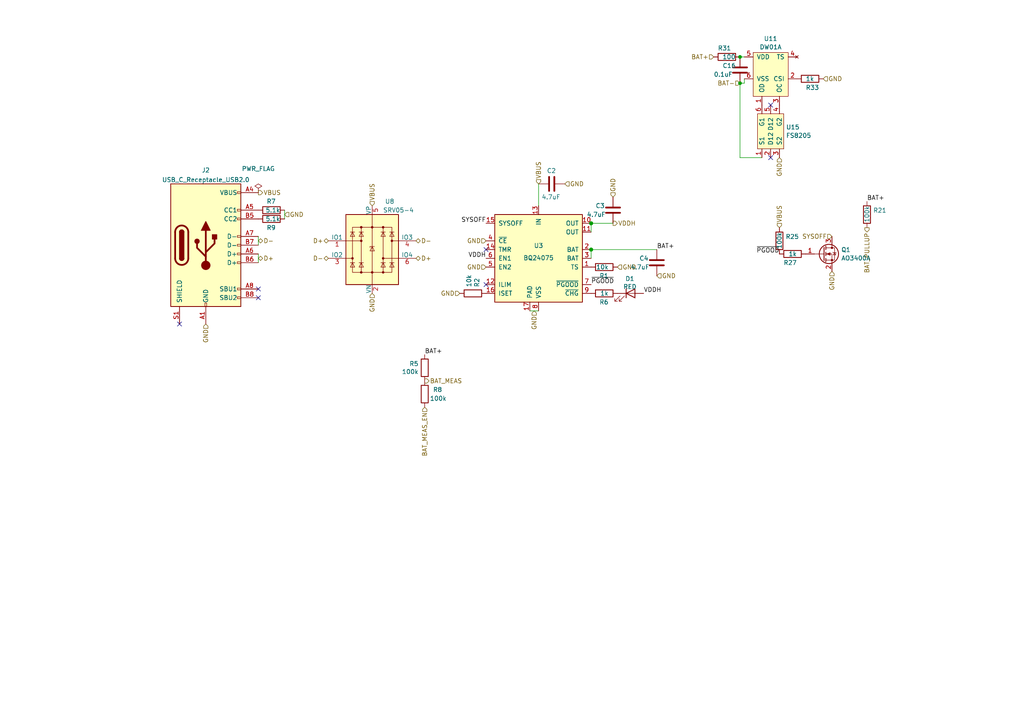
<source format=kicad_sch>
(kicad_sch (version 20230121) (generator eeschema)
  (paper "A4")
  (lib_symbols
    (symbol "Battery_Management:BQ24075" (pin_names (offset 1.016))
      (property "Reference" "U" (at -5.08 15.875 0))
      (property "Value" "BQ24075" (at -5.08 13.97 0))
      (symbol "BQ24075_0_1"
        (rectangle (start -12.7 12.7) (end 12.7 -12.7) (stroke (width 0.254)) (fill (type background)))
      )
      (symbol "BQ24075_1_1"
        (pin passive line (at 15.24 -2.54 180) (length 2.54) (name "TS") (number "1"))
        (pin power_out line (at 15.24 10.16 180) (length 2.54) (name "OUT") (number "10"))
        (pin power_out line (at 15.24 7.62 180) (length 2.54) (name "OUT") (number "11"))
        (pin passive line (at -15.24 -7.62 0) (length 2.54) (name "ILIM") (number "12"))
        (pin power_in line (at 0 15.24 270) (length 2.54) (name "IN") (number "13"))
        (pin input line (at -15.24 2.54 0) (length 2.54) (name "TMR") (number "14"))
        (pin input line (at -15.24 10.16 0) (length 2.54) (name "SYSOFF") (number "15"))
        (pin passive line (at -15.24 -10.16 0) (length 2.54) (name "ISET") (number "16"))
        (pin power_in line (at -2.54 -15.24 90) (length 2.54) (name "PAD") (number "17"))
        (pin power_out line (at 15.24 2.54 180) (length 2.54) (name "BAT") (number "2"))
        (pin power_out line (at 15.24 0 180) (length 2.54) (name "BAT") (number "3"))
        (pin input line (at -15.24 5.08 0) (length 2.54) (name "~{CE}") (number "4"))
        (pin input line (at -15.24 -2.54 0) (length 2.54) (name "EN2") (number "5"))
        (pin input line (at -15.24 0 0) (length 2.54) (name "EN1") (number "6"))
        (pin open_collector line (at 15.24 -7.62 180) (length 2.54) (name "~{PGOOD}") (number "7"))
        (pin power_in line (at 0 -15.24 90) (length 2.54) (name "VSS") (number "8"))
        (pin open_collector line (at 15.24 -10.16 180) (length 2.54) (name "~{CHG}") (number "9"))
      )
    )
    (symbol "Connector:USB_C_Receptacle_USB2.0" (pin_names (offset 1.016))
      (property "Reference" "J" (at -10.16 19.05 0))
      (property "Value" "USB_C_Receptacle_USB2.0" (at 19.05 19.05 0))
      (symbol "USB_C_Receptacle_USB2.0_0_0"
        (rectangle (start -0.254 -17.78) (end 0.254 -16.764))
        (rectangle (start 10.16 -14.986) (end 9.144 -15.494))
        (rectangle (start 10.16 -12.446) (end 9.144 -12.954))
        (rectangle (start 10.16 -4.826) (end 9.144 -5.334))
        (rectangle (start 10.16 -2.286) (end 9.144 -2.794))
        (rectangle (start 10.16 0.254) (end 9.144 -0.254))
        (rectangle (start 10.16 2.794) (end 9.144 2.286))
        (rectangle (start 10.16 7.874) (end 9.144 7.366))
        (rectangle (start 10.16 10.414) (end 9.144 9.906))
        (rectangle (start 10.16 15.494) (end 9.144 14.986))
      )
      (symbol "USB_C_Receptacle_USB2.0_0_1"
        (rectangle (start -10.16 17.78) (end 10.16 -17.78) (stroke (width 0.254)) (fill (type background)))
        (arc (start -8.89 -3.81) (mid -6.985 -5.7067) (end -5.08 -3.81) (stroke (width 0.508)))
        (arc (start -7.62 -3.81) (mid -6.985 -4.4423) (end -6.35 -3.81) (stroke (width 0.254)))
        (arc (start -7.62 -3.81) (mid -6.985 -4.4423) (end -6.35 -3.81) (stroke (width 0.254)) (fill (type outline)))
        (rectangle (start -7.62 -3.81) (end -6.35 3.81) (stroke (width 0.254)) (fill (type outline)))
        (arc (start -6.35 3.81) (mid -6.985 4.4423) (end -7.62 3.81) (stroke (width 0.254)))
        (arc (start -6.35 3.81) (mid -6.985 4.4423) (end -7.62 3.81) (stroke (width 0.254)) (fill (type outline)))
        (arc (start -5.08 3.81) (mid -6.985 5.7067) (end -8.89 3.81) (stroke (width 0.508)))
        (circle (center -2.54 1.143) (radius 0.635) (stroke (width 0.254)) (fill (type outline)))
        (circle (center 0 -5.842) (radius 1.27) (fill (type outline)))
        (polyline (pts (xy -8.89 -3.81) (xy -8.89 3.81)) (stroke (width 0.508)))
        (polyline (pts (xy -5.08 3.81) (xy -5.08 -3.81)) (stroke (width 0.508)))
        (polyline (pts (xy 0 -5.842) (xy 0 4.318)) (stroke (width 0.508)))
        (polyline (pts (xy 0 -3.302) (xy -2.54 -0.762) (xy -2.54 0.508)) (stroke (width 0.508)))
        (polyline (pts (xy 0 -2.032) (xy 2.54 0.508) (xy 2.54 1.778)) (stroke (width 0.508)))
        (polyline (pts (xy -1.27 4.318) (xy 0 6.858) (xy 1.27 4.318) (xy -1.27 4.318)) (stroke (width 0.254)) (fill (type outline)))
        (rectangle (start 1.905 1.778) (end 3.175 3.048) (stroke (width 0.254)) (fill (type outline)))
      )
      (symbol "USB_C_Receptacle_USB2.0_1_1"
        (pin passive line (at 0 -22.86 90) (length 5.08) (name "GND") (number "A1"))
        (pin passive line (at 0 -22.86 90) (length 5.08) hide (name "GND") (number "A12"))
        (pin passive line (at 15.24 15.24 180) (length 5.08) (name "VBUS") (number "A4"))
        (pin bidirectional line (at 15.24 10.16 180) (length 5.08) (name "CC1") (number "A5"))
        (pin bidirectional line (at 15.24 -2.54 180) (length 5.08) (name "D+") (number "A6"))
        (pin bidirectional line (at 15.24 2.54 180) (length 5.08) (name "D-") (number "A7"))
        (pin bidirectional line (at 15.24 -12.7 180) (length 5.08) (name "SBU1") (number "A8"))
        (pin passive line (at 15.24 15.24 180) (length 5.08) hide (name "VBUS") (number "A9"))
        (pin passive line (at 0 -22.86 90) (length 5.08) hide (name "GND") (number "B1"))
        (pin passive line (at 0 -22.86 90) (length 5.08) hide (name "GND") (number "B12"))
        (pin passive line (at 15.24 15.24 180) (length 5.08) hide (name "VBUS") (number "B4"))
        (pin bidirectional line (at 15.24 7.62 180) (length 5.08) (name "CC2") (number "B5"))
        (pin bidirectional line (at 15.24 -5.08 180) (length 5.08) (name "D+") (number "B6"))
        (pin bidirectional line (at 15.24 0 180) (length 5.08) (name "D-") (number "B7"))
        (pin bidirectional line (at 15.24 -15.24 180) (length 5.08) (name "SBU2") (number "B8"))
        (pin passive line (at 15.24 15.24 180) (length 5.08) hide (name "VBUS") (number "B9"))
        (pin passive line (at -7.62 -22.86 90) (length 5.08) (name "SHIELD") (number "S1"))
      )
    )
    (symbol "Device:C" (pin_numbers hide) (pin_names (offset 0.254))
      (property "Reference" "C" (at 0.635 2.54 0))
      (property "Value" "C" (at 0.635 -2.54 0))
      (symbol "C_0_1"
        (polyline (pts (xy -2.032 -0.762) (xy 2.032 -0.762)) (stroke (width 0.508)))
        (polyline (pts (xy -2.032 0.762) (xy 2.032 0.762)) (stroke (width 0.508)))
      )
      (symbol "C_1_1"
        (pin passive line (at 0 3.81 270) (length 2.794) (name "~") (number "1"))
        (pin passive line (at 0 -3.81 90) (length 2.794) (name "~") (number "2"))
      )
    )
    (symbol "Device:LED" (pin_numbers hide) (pin_names (offset 1.016) hide)
      (property "Reference" "D" (at 0 2.54 0))
      (property "Value" "LED" (at 0 -2.54 0))
      (symbol "LED_0_1"
        (polyline (pts (xy -1.27 -1.27) (xy -1.27 1.27)) (stroke (width 0.254)))
        (polyline (pts (xy -1.27 0) (xy 1.27 0)))
        (polyline (pts (xy 1.27 -1.27) (xy 1.27 1.27) (xy -1.27 0) (xy 1.27 -1.27)) (stroke (width 0.254)))
        (polyline (pts (xy -3.048 -0.762) (xy -4.572 -2.286) (xy -3.81 -2.286) (xy -4.572 -2.286) (xy -4.572 -1.524)))
        (polyline (pts (xy -1.778 -0.762) (xy -3.302 -2.286) (xy -2.54 -2.286) (xy -3.302 -2.286) (xy -3.302 -1.524)))
      )
      (symbol "LED_1_1"
        (pin passive line (at -3.81 0 0) (length 2.54) (name "K") (number "1"))
        (pin passive line (at 3.81 0 180) (length 2.54) (name "A") (number "2"))
      )
    )
    (symbol "Device:R" (pin_numbers hide) (pin_names (offset 0))
      (property "Reference" "R" (at 2.032 0 90))
      (property "Value" "R" (at 0 0 90))
      (symbol "R_0_1"
        (rectangle (start -1.016 -2.54) (end 1.016 2.54) (stroke (width 0.254)))
      )
      (symbol "R_1_1"
        (pin passive line (at 0 3.81 270) (length 1.27) (name "~") (number "1"))
        (pin passive line (at 0 -3.81 90) (length 1.27) (name "~") (number "2"))
      )
    )
    (symbol "Power_Protection:SRV05-4" (pin_names (offset 0))
      (property "Reference" "U" (at -5.08 11.43 0))
      (property "Value" "SRV05-4" (at 2.54 11.43 0))
      (symbol "SRV05-4_0_0"
        (rectangle (start -5.715 6.477) (end 5.715 -6.604))
        (polyline (pts (xy -3.175 -6.604) (xy -3.175 6.477)))
        (polyline (pts (xy 3.175 6.477) (xy 3.175 -6.604)))
      )
      (symbol "SRV05-4_0_1"
        (rectangle (start -7.62 10.16) (end 7.62 -10.16) (stroke (width 0.254)) (fill (type background)))
        (circle (center -5.715 -2.54) (radius 0.2794) (fill (type outline)))
        (circle (center -3.175 -6.604) (radius 0.2794) (fill (type outline)))
        (circle (center -3.175 2.54) (radius 0.2794) (fill (type outline)))
        (circle (center -3.175 6.477) (radius 0.2794) (fill (type outline)))
        (circle (center 0 -6.604) (radius 0.2794) (fill (type outline)))
        (polyline (pts (xy -7.747 2.54) (xy -3.175 2.54)))
        (polyline (pts (xy -7.62 -2.54) (xy -5.715 -2.54)))
        (polyline (pts (xy -5.08 -3.81) (xy -6.35 -3.81)))
        (polyline (pts (xy -5.08 5.08) (xy -6.35 5.08)))
        (polyline (pts (xy -2.54 -3.81) (xy -3.81 -3.81)))
        (polyline (pts (xy -2.54 5.08) (xy -3.81 5.08)))
        (polyline (pts (xy 0 10.16) (xy 0 -10.16)))
        (polyline (pts (xy 3.81 -3.81) (xy 2.54 -3.81)))
        (polyline (pts (xy 3.81 5.08) (xy 2.54 5.08)))
        (polyline (pts (xy 6.35 -3.81) (xy 5.08 -3.81)))
        (polyline (pts (xy 6.35 5.08) (xy 5.08 5.08)))
        (polyline (pts (xy 7.62 -2.54) (xy 3.175 -2.54)))
        (polyline (pts (xy 7.62 2.54) (xy 5.715 2.54)))
        (polyline (pts (xy 0.635 0.889) (xy -0.635 0.889) (xy -0.635 0.635)))
        (polyline (pts (xy -5.08 -5.08) (xy -6.35 -5.08) (xy -5.715 -3.81) (xy -5.08 -5.08)))
        (polyline (pts (xy -5.08 3.81) (xy -6.35 3.81) (xy -5.715 5.08) (xy -5.08 3.81)))
        (polyline (pts (xy -2.54 -5.08) (xy -3.81 -5.08) (xy -3.175 -3.81) (xy -2.54 -5.08)))
        (polyline (pts (xy -2.54 3.81) (xy -3.81 3.81) (xy -3.175 5.08) (xy -2.54 3.81)))
        (polyline (pts (xy 0.635 -0.381) (xy -0.635 -0.381) (xy 0 0.889) (xy 0.635 -0.381)))
        (polyline (pts (xy 3.81 -5.08) (xy 2.54 -5.08) (xy 3.175 -3.81) (xy 3.81 -5.08)))
        (polyline (pts (xy 3.81 3.81) (xy 2.54 3.81) (xy 3.175 5.08) (xy 3.81 3.81)))
        (polyline (pts (xy 6.35 -5.08) (xy 5.08 -5.08) (xy 5.715 -3.81) (xy 6.35 -5.08)))
        (polyline (pts (xy 6.35 3.81) (xy 5.08 3.81) (xy 5.715 5.08) (xy 6.35 3.81)))
        (circle (center 0 6.477) (radius 0.2794) (fill (type outline)))
        (circle (center 3.175 -6.604) (radius 0.2794) (fill (type outline)))
        (circle (center 3.175 -2.54) (radius 0.2794) (fill (type outline)))
        (circle (center 3.175 6.477) (radius 0.2794) (fill (type outline)))
        (circle (center 5.715 2.54) (radius 0.2794) (fill (type outline)))
      )
      (symbol "SRV05-4_1_1"
        (pin passive line (at -12.7 2.54 0) (length 5.08) (name "IO1") (number "1"))
        (pin passive line (at 0 -12.7 90) (length 2.54) (name "VN") (number "2"))
        (pin passive line (at -12.7 -2.54 0) (length 5.08) (name "IO2") (number "3"))
        (pin passive line (at 12.7 2.54 180) (length 5.08) (name "IO3") (number "4"))
        (pin passive line (at 0 12.7 270) (length 2.54) (name "VP") (number "5"))
        (pin passive line (at 12.7 -2.54 180) (length 5.08) (name "IO4") (number "6"))
      )
    )
    (symbol "Transistor_FET:AO3400A" (pin_names hide)
      (property "Reference" "Q" (at 5.08 1.905 0))
      (property "Value" "AO3400A" (at 5.08 0 0))
      (symbol "AO3400A_0_1"
        (polyline (pts (xy 0.254 0) (xy -2.54 0)))
        (polyline (pts (xy 0.254 1.905) (xy 0.254 -1.905)) (stroke (width 0.254)))
        (polyline (pts (xy 0.762 -1.27) (xy 0.762 -2.286)) (stroke (width 0.254)))
        (polyline (pts (xy 0.762 0.508) (xy 0.762 -0.508)) (stroke (width 0.254)))
        (polyline (pts (xy 0.762 2.286) (xy 0.762 1.27)) (stroke (width 0.254)))
        (polyline (pts (xy 2.54 2.54) (xy 2.54 1.778)))
        (polyline (pts (xy 2.54 -2.54) (xy 2.54 0) (xy 0.762 0)))
        (polyline (pts (xy 0.762 -1.778) (xy 3.302 -1.778) (xy 3.302 1.778) (xy 0.762 1.778)))
        (polyline (pts (xy 1.016 0) (xy 2.032 0.381) (xy 2.032 -0.381) (xy 1.016 0)) (fill (type outline)))
        (polyline (pts (xy 2.794 0.508) (xy 2.921 0.381) (xy 3.683 0.381) (xy 3.81 0.254)))
        (polyline (pts (xy 3.302 0.381) (xy 2.921 -0.254) (xy 3.683 -0.254) (xy 3.302 0.381)))
        (circle (center 1.651 0) (radius 2.794) (stroke (width 0.254)))
        (circle (center 2.54 -1.778) (radius 0.254) (fill (type outline)))
        (circle (center 2.54 1.778) (radius 0.254) (fill (type outline)))
      )
      (symbol "AO3400A_1_1"
        (pin input line (at -5.08 0 0) (length 2.54) (name "G") (number "1"))
        (pin passive line (at 2.54 -5.08 90) (length 2.54) (name "S") (number "2"))
        (pin passive line (at 2.54 5.08 270) (length 2.54) (name "D") (number "3"))
      )
    )
    (symbol "marbastlib-various:DW01A" (pin_names (offset 1.016))
      (property "Reference" "U" (at -5.08 7.62 0))
      (property "Value" "DW01A" (at 2.54 7.62 0))
      (symbol "DW01A_0_1"
        (rectangle (start -5.08 6.35) (end 5.08 -6.35) (fill (type background)))
      )
      (symbol "DW01A_1_1"
        (pin output line (at -2.54 -8.89 90) (length 2.54) (name "OD") (number "1"))
        (pin input line (at 7.62 -1.27 180) (length 2.54) (name "CSI") (number "2"))
        (pin output line (at 2.54 -8.89 90) (length 2.54) (name "OC") (number "3"))
        (pin no_connect line (at 7.62 5.08 180) (length 2.54) (name "TS") (number "4"))
        (pin power_in line (at -7.62 5.08 0) (length 2.54) (name "VDD") (number "5"))
        (pin power_in line (at -7.62 -1.27 0) (length 2.54) (name "VSS") (number "6"))
      )
    )
    (symbol "marbastlib-various:FS8205" (pin_names (offset 1.016))
      (property "Reference" "U" (at -3.81 5.08 0))
      (property "Value" "FS8205" (at -1.27 -5.08 0))
      (symbol "FS8205_0_1"
        (rectangle (start -5.08 3.81) (end 5.08 -3.81) (fill (type background)))
      )
      (symbol "FS8205_1_1"
        (pin power_in line (at -7.62 2.54 0) (length 2.54) (name "S1") (number "1"))
        (pin power_in line (at -7.62 0 0) (length 2.54) (name "D12") (number "2"))
        (pin power_in line (at -7.62 -2.54 0) (length 2.54) (name "S2") (number "3"))
        (pin input line (at 7.62 -2.54 180) (length 2.54) (name "G2") (number "4"))
        (pin power_in line (at 7.62 0 180) (length 2.54) (name "D12") (number "5"))
        (pin input line (at 7.62 2.54 180) (length 2.54) (name "G1") (number "6"))
      )
    )
    (symbol "power:PWR_FLAG" (power) (pin_numbers hide) (pin_names (offset 0) hide)
      (property "Value" "PWR_FLAG" (at 0 3.81 0))
      (symbol "PWR_FLAG_0_0"
        (pin power_out line (at 0 0 90) (length 0) (name "pwr") (number "1"))
      )
      (symbol "PWR_FLAG_0_1"
        (polyline (pts (xy 0 0) (xy 0 1.27) (xy -1.016 1.905) (xy 0 2.54) (xy 1.016 1.905) (xy 0 1.27)))
      )
    )
  )
  (junction (at 171.45 72.39) (diameter 1.016))
  (junction (at 214.63 24.13))
  (junction (at 214.63 16.51))
  (junction (at 171.45 64.77) (diameter 1.016))
  (no_connect (at 74.93 86.36))
  (no_connect (at 223.52 45.72))
  (no_connect (at 74.93 83.82))
  (no_connect (at 223.52 30.48))
  (no_connect (at 140.97 82.55))
  (no_connect (at 140.97 72.39))
  (no_connect (at 52.07 93.98))
  (wire (pts (xy 214.63 24.13) (xy 214.63 45.72)))
  (wire (pts (xy 171.45 64.77) (xy 171.45 67.31)))
  (wire (pts (xy 214.63 45.72) (xy 220.98 45.72)))
  (wire (pts (xy 214.63 16.51) (xy 215.9 16.51)))
  (wire (pts (xy 74.93 73.66) (xy 74.93 76.2)))
  (wire (pts (xy 171.45 72.39) (xy 190.5 72.39)))
  (wire (pts (xy 156.21 53.34) (xy 156.21 59.69)))
  (wire (pts (xy 74.93 68.58) (xy 74.93 71.12)))
  (wire (pts (xy 171.45 72.39) (xy 171.45 74.93)))
  (wire (pts (xy 171.45 64.77) (xy 177.8 64.77)))
  (wire (pts (xy 214.63 24.13) (xy 215.9 24.13)))
  (wire (pts (xy 82.55 60.96) (xy 82.55 63.5)))
  (wire (pts (xy 153.67 90.17) (xy 156.21 90.17)))
  (wire (pts (xy 215.9 24.13) (xy 215.9 22.86)))
  (label "~{PGOOD}" (at 171.45 82.55 0))
  (label "SYSOFF" (at 140.97 64.77 180))
  (label "VDDH" (at 140.97 74.93 180))
  (label "BAT+" (at 123.19 102.87 0))
  (label "BAT+" (at 251.46 58.42 0))
  (label "BAT+" (at 190.5 72.39 0))
  (label "~{PGOOD}" (at 226.06 73.66 180))
  (label "VDDH" (at 186.69 85.09 0))
  (hierarchical_label "GND" (shape input) (at 140.97 77.47 180))
  (hierarchical_label "VBUS" (shape input) (at 107.95 59.69 90))
  (hierarchical_label "GND" (shape input) (at 179.07 77.47 0))
  (hierarchical_label "GND" (shape input) (at 82.55 62.23 0))
  (hierarchical_label "D+" (shape bidirectional) (at 120.65 74.93 0))
  (hierarchical_label "GND" (shape input) (at 226.06 45.72 270))
  (hierarchical_label "BAT_MEAS_EN" (shape input) (at 123.19 118.11 270))
  (hierarchical_label "VBUS" (shape input) (at 226.06 66.04 90))
  (hierarchical_label "VDDH" (shape output) (at 177.8 64.77 0))
  (hierarchical_label "GND" (shape input) (at 177.8 57.15 90))
  (hierarchical_label "D-" (shape bidirectional) (at 120.65 69.85 0))
  (hierarchical_label "D-" (shape bidirectional) (at 95.25 74.93 180))
  (hierarchical_label "GND" (shape input) (at 140.97 69.85 180))
  (hierarchical_label "VBUS" (shape output) (at 74.93 55.88 0))
  (hierarchical_label "GND" (shape input) (at 59.69 93.98 270))
  (hierarchical_label "GND" (shape input) (at 241.3 78.74 270))
  (hierarchical_label "GND" (shape input) (at 190.5 80.01 0))
  (hierarchical_label "GND" (shape input) (at 154.94 90.17 270))
  (hierarchical_label "GND" (shape input) (at 163.83 53.34 0))
  (hierarchical_label "BAT-" (shape input) (at 214.63 24.13 180))
  (hierarchical_label "BAT_MEAS" (shape output) (at 123.19 110.49 0))
  (hierarchical_label "D-" (shape bidirectional) (at 74.93 69.85 0))
  (hierarchical_label "SYSOFF" (shape input) (at 241.3 68.58 180))
  (hierarchical_label "GND" (shape input) (at 238.76 22.86 0))
  (hierarchical_label "VBUS" (shape input) (at 156.21 53.34 90))
  (hierarchical_label "GND" (shape input) (at 133.35 85.09 180))
  (hierarchical_label "D+" (shape bidirectional) (at 95.25 69.85 180))
  (hierarchical_label "D+" (shape bidirectional) (at 74.93 74.93 0))
  (hierarchical_label "GND" (shape input) (at 107.95 85.09 270))
  (hierarchical_label "BAT_PULLUP" (shape output) (at 251.46 66.04 270))
  (hierarchical_label "BAT+" (shape input) (at 207.01 16.51 180))
  (symbol (lib_id "Device:R") (at 78.74 60.96 270) (unit 1)
    (property "Reference" "R7" (at 80.01 58.42 90) (effects (justify right)))
    (property "Value" "5.1k" (at 81.28 60.96 90) (effects (justify right)))
    (property "Footprint" "Resistor_SMD:R_0603_1608Metric" (effects hide))
    (instances (project "fissure" (path "" (reference "R7") (unit 1)) (path "" (reference "R13") (unit 1))))
  )
  (symbol (lib_id "Device:R") (at 229.87 73.66 90) (unit 1)
    (property "Reference" "R27" (at 231.14 76.2 90) (effects (justify left)))
    (property "Value" "1k" (at 231.14 73.66 90) (effects (justify left)))
    (property "Footprint" "Resistor_SMD:R_0603_1608Metric" (effects hide))
    (instances (project "fissure" (path "" (reference "R27") (unit 1)) (path "" (reference "R28") (unit 1))))
  )
  (symbol (lib_id "Device:R") (at 175.26 77.47 90) (mirror x) (unit 1)
    (property "Reference" "R1" (at 176.53 80.01 90) (effects (justify left)))
    (property "Value" "10k" (at 176.53 77.47 90) (effects (justify left)))
    (property "Footprint" "Resistor_SMD:R_0603_1608Metric" (effects hide))
    (instances (project "fissure" (path "" (reference "R1") (unit 1)) (path "" (reference "R15") (unit 1))))
  )
  (symbol (lib_id "Device:R") (at 123.19 106.68 0) (mirror y) (unit 1)
    (property "Reference" "R5" (at 121.412 105.5116 0) (effects (justify left)))
    (property "Value" "100k" (at 121.412 107.823 0) (effects (justify left)))
    (property "Footprint" "Resistor_SMD:R_0603_1608Metric" (effects hide))
    (instances (project "fissure" (path "" (reference "R5") (unit 1)) (path "" (reference "R5") (unit 1)) (path "" (reference "R18") (unit 1))))
  )
  (symbol (lib_id "Device:R") (at 210.82 16.51 270) (unit 1)
    (property "Reference" "R31" (at 212.09 13.97 90) (effects (justify right)))
    (property "Value" "100" (at 213.36 16.51 90) (effects (justify right)))
    (property "Footprint" "Resistor_SMD:R_0603_1608Metric" (effects hide))
    (instances (project "fissure" (path "" (reference "R31") (unit 1)) (path "" (reference "R32") (unit 1))))
  )
  (symbol (lib_id "Device:R") (at 234.95 22.86 90) (unit 1)
    (property "Reference" "R33" (at 233.68 25.4 90) (effects (justify right)))
    (property "Value" "1k" (at 233.68 22.86 90) (effects (justify right)))
    (property "Footprint" "Resistor_SMD:R_0603_1608Metric" (effects hide))
    (instances (project "fissure" (path "" (reference "R33") (unit 1)) (path "" (reference "R34") (unit 1))))
  )
  (symbol (lib_id "Device:R") (at 251.46 62.23 0) (mirror x) (unit 1)
    (property "Reference" "R21" (at 253.238 61.0179 0) (effects (justify left)))
    (property "Value" "100k" (at 251.46 59.69 90) (effects (justify left)))
    (property "Footprint" "Resistor_SMD:R_0603_1608Metric" (effects hide))
    (instances (project "fissure" (path "" (reference "R21") (unit 1)) (path "" (reference "R24") (unit 1))))
  )
  (symbol (lib_id "Device:C") (at 190.5 76.2 0) (unit 1)
    (property "Reference" "C4" (at 185.42 74.93 0) (effects (justify left)))
    (property "Value" "4.7uF" (at 182.88 77.47 0) (effects (justify left)))
    (property "Footprint" "Capacitor_SMD:C_0603_1608Metric" (effects hide))
    (instances (project "fissure" (path "" (reference "C4") (unit 1)) (path "" (reference "C15") (unit 1))))
  )
  (symbol (lib_id "Device:R") (at 226.06 69.85 0) (mirror x) (unit 1)
    (property "Reference" "R25" (at 227.838 68.6379 0) (effects (justify left)))
    (property "Value" "100k" (at 226.06 67.31 90) (effects (justify left)))
    (property "Footprint" "Resistor_SMD:R_0603_1608Metric" (effects hide))
    (instances (project "fissure" (path "" (reference "R25") (unit 1)) (path "" (reference "R26") (unit 1))))
  )
  (symbol (lib_id "Device:R") (at 137.16 85.09 270) (mirror x) (unit 1)
    (property "Reference" "R2" (at 138.3284 83.312 0) (effects (justify left)))
    (property "Value" "10k" (at 136.017 83.312 0) (effects (justify left)))
    (property "Footprint" "Resistor_SMD:R_0603_1608Metric" (effects hide))
    (instances (project "fissure" (path "" (reference "R2") (unit 1)) (path "" (reference "R16") (unit 1))))
  )
  (symbol (lib_id "Battery_Management:BQ24075") (at 156.21 74.93 0) (unit 1)
    (property "Reference" "U3" (at 156.21 71.2428 0))
    (property "Value" "BQ24075" (at 156.21 74.8115 0))
    (property "Footprint" "Package_DFN_QFN:VQFN-16-1EP_3x3mm_P0.5mm_EP1.68x1.68mm_ThermalVias" (effects hide))
    (property "Datasheet" "http://www.ti.com/lit/ds/symlink/bq24075.pdf" (effects hide))
    (instances (project "fissure" (path "" (reference "U3") (unit 1)) (path "" (reference "U9") (unit 1))))
  )
  (symbol (lib_id "Device:C") (at 214.63 20.32 0) (unit 1)
    (property "Reference" "C16" (at 209.55 19.05 0) (effects (justify left)))
    (property "Value" "0.1uF" (at 207.01 21.59 0) (effects (justify left)))
    (property "Footprint" "Capacitor_SMD:C_0603_1608Metric" (effects hide))
    (instances (project "fissure" (path "" (reference "C16") (unit 1)) (path "" (reference "C17") (unit 1))))
  )
  (symbol (lib_id "marbastlib-various:DW01A") (at 223.52 21.59 0) (unit 1)
    (property "Reference" "U11" (at 223.52 11.2227 0))
    (property "Value" "DW01A" (at 223.52 13.6469 0))
    (property "Footprint" "Package_TO_SOT_SMD:SOT-23-6" (effects hide))
    (property "Datasheet" "https://datasheet.lcsc.com/szlcsc/Fortune-Semicon-DW01A-G_C61503.pdf" (effects hide))
    (property "LCSC" "C61503" (effects hide))
    (instances (project "fissure" (path "" (reference "U11") (unit 1)) (path "" (reference "U14") (unit 1))))
  )
  (symbol (lib_id "Device:R") (at 123.19 114.3 0) (mirror y) (unit 1)
    (property "Reference" "R8" (at 128.27 113.03 0) (effects (justify left)))
    (property "Value" "100k" (at 129.54 115.57 0) (effects (justify left)))
    (property "Footprint" "Resistor_SMD:R_0603_1608Metric" (effects hide))
    (instances (project "fissure" (path "" (reference "R8") (unit 1)) (path "" (reference "R8") (unit 1)) (path "" (reference "R19") (unit 1))))
  )
  (symbol (lib_id "Device:LED") (at 182.88 85.09 0) (unit 1)
    (property "Reference" "D1" (at 182.7022 80.8482 0))
    (property "Value" "RED" (at 182.7022 83.1596 0))
    (property "Footprint" "LED_SMD:LED_0805_2012Metric" (effects hide))
    (instances (project "fissure" (path "" (reference "D1") (unit 1)) (path "" (reference "D2") (unit 1))))
  )
  (symbol (lib_id "Device:C") (at 160.02 53.34 90) (unit 1)
    (property "Reference" "C2" (at 161.29 49.53 90) (effects (justify left)))
    (property "Value" "4.7uF" (at 162.56 57.15 90) (effects (justify left)))
    (property "Footprint" "Capacitor_SMD:C_0603_1608Metric" (effects hide))
    (instances (project "fissure" (path "" (reference "C2") (unit 1)) (path "" (reference "C13") (unit 1))))
  )
  (symbol (lib_id "power:PWR_FLAG") (at 74.93 55.88 0) (unit 1)
    (property "Reference" "#FLG0101" (effects hide))
    (property "Value" "PWR_FLAG" (at 74.93 48.9458 0))
    (instances (project "fissure" (path "" (reference "#FLG0101") (unit 1)) (path "" (reference "#FLG01") (unit 1))))
  )
  (symbol (lib_id "Device:R") (at 175.26 85.09 90) (unit 1)
    (property "Reference" "R6" (at 176.53 87.63 90) (effects (justify left)))
    (property "Value" "1k" (at 176.53 85.09 90) (effects (justify left)))
    (property "Footprint" "Resistor_SMD:R_0603_1608Metric" (effects hide))
    (instances (project "fissure" (path "" (reference "R6") (unit 1)) (path "" (reference "R17") (unit 1))))
  )
  (symbol (lib_id "Connector:USB_C_Receptacle_USB2.0") (at 59.69 71.12 0) (unit 1)
    (property "Reference" "J2" (at 59.69 49.3735 0))
    (property "Value" "USB_C_Receptacle_USB2.0" (at 59.69 52.1486 0))
    (property "Footprint" "Connector_USB:USB_C_Receptacle_HRO_TYPE-C-31-M-12" (effects hide))
    (property "Datasheet" "https://www.usb.org/sites/default/files/documents/usb_type-c.zip" (effects hide))
    (instances (project "fissure" (path "" (reference "J2") (unit 1)) (path "" (reference "J8") (unit 1))))
  )
  (symbol (lib_id "marbastlib-various:FS8205") (at 223.52 38.1 90) (unit 1)
    (property "Reference" "U15" (at 227.965 36.8879 90) (effects (justify right)))
    (property "Value" "FS8205" (at 227.965 39.3121 90) (effects (justify right)))
    (property "Footprint" "Package_TO_SOT_SMD:SOT-23-6" (effects hide))
    (property "Datasheet" "https://datasheet.lcsc.com/szlcsc/Fortune-Semicon-FS8205_C32254.pdf" (effects hide))
    (property "LCSC" "C32254" (effects hide))
    (instances (project "fissure" (path "" (reference "U15") (unit 1)) (path "" (reference "U16") (unit 1))))
  )
  (symbol (lib_id "Device:C") (at 177.8 60.96 0) (unit 1)
    (property "Reference" "C3" (at 172.72 59.69 0) (effects (justify left)))
    (property "Value" "4.7uF" (at 170.18 62.23 0) (effects (justify left)))
    (property "Footprint" "Capacitor_SMD:C_0603_1608Metric" (effects hide))
    (instances (project "fissure" (path "" (reference "C3") (unit 1)) (path "" (reference "C14") (unit 1))))
  )
  (symbol (lib_id "Device:R") (at 78.74 63.5 270) (unit 1)
    (property "Reference" "R9" (at 80.01 66.04 90) (effects (justify right)))
    (property "Value" "5.1k" (at 81.28 63.5 90) (effects (justify right)))
    (property "Footprint" "Resistor_SMD:R_0603_1608Metric" (effects hide))
    (instances (project "fissure" (path "" (reference "R9") (unit 1)) (path "" (reference "R14") (unit 1))))
  )
  (symbol (lib_id "Transistor_FET:AO3400A") (at 238.76 73.66 0) (unit 1)
    (property "Reference" "Q1" (at 243.967 72.4479 0) (effects (justify left)))
    (property "Value" "AO3400A" (at 243.967 74.8721 0) (effects (justify left)))
    (property "Footprint" "Package_TO_SOT_SMD:SOT-23" (effects hide))
    (property "Datasheet" "http://www.aosmd.com/pdfs/datasheet/AO3400A.pdf" (effects hide))
    (instances (project "fissure" (path "" (reference "Q1") (unit 1)) (path "" (reference "Q2") (unit 1))))
  )
  (symbol (lib_id "Power_Protection:SRV05-4") (at 107.95 72.39 0) (unit 1)
    (property "Reference" "U8" (at 113.03 58.42 0))
    (property "Value" "SRV05-4" (at 115.57 60.96 0))
    (property "Footprint" "Package_TO_SOT_SMD:SOT-23-6" (effects hide))
    (property "Datasheet" "http://www.onsemi.com/pub/Collateral/SRV05-4-D.PDF" (effects hide))
    (instances (project "fissure" (path "" (reference "U8") (unit 1)) (path "" (reference "U7") (unit 1))))
  )
)
</source>
